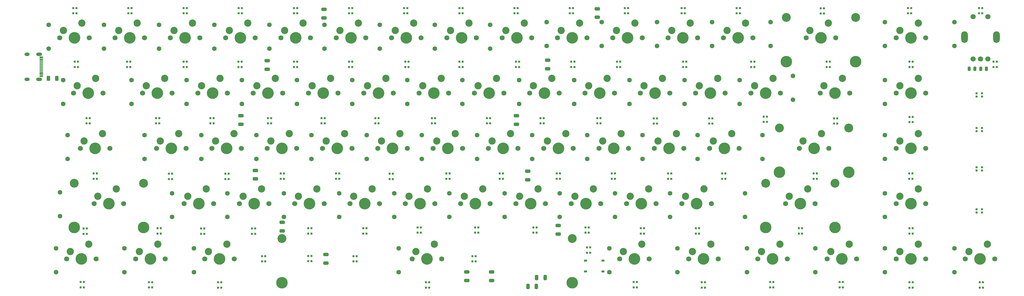
<source format=gbr>
%TF.GenerationSoftware,KiCad,Pcbnew,9.0.2*%
%TF.CreationDate,2025-07-03T22:06:11+05:30*%
%TF.ProjectId,KeeBoard,4b656542-6f61-4726-942e-6b696361645f,rev?*%
%TF.SameCoordinates,Original*%
%TF.FileFunction,Soldermask,Top*%
%TF.FilePolarity,Negative*%
%FSLAX46Y46*%
G04 Gerber Fmt 4.6, Leading zero omitted, Abs format (unit mm)*
G04 Created by KiCad (PCBNEW 9.0.2) date 2025-07-03 22:06:11*
%MOMM*%
%LPD*%
G01*
G04 APERTURE LIST*
G04 Aperture macros list*
%AMRoundRect*
0 Rectangle with rounded corners*
0 $1 Rounding radius*
0 $2 $3 $4 $5 $6 $7 $8 $9 X,Y pos of 4 corners*
0 Add a 4 corners polygon primitive as box body*
4,1,4,$2,$3,$4,$5,$6,$7,$8,$9,$2,$3,0*
0 Add four circle primitives for the rounded corners*
1,1,$1+$1,$2,$3*
1,1,$1+$1,$4,$5*
1,1,$1+$1,$6,$7*
1,1,$1+$1,$8,$9*
0 Add four rect primitives between the rounded corners*
20,1,$1+$1,$2,$3,$4,$5,0*
20,1,$1+$1,$4,$5,$6,$7,0*
20,1,$1+$1,$6,$7,$8,$9,0*
20,1,$1+$1,$8,$9,$2,$3,0*%
G04 Aperture macros list end*
%ADD10RoundRect,0.250000X0.325000X0.650000X-0.325000X0.650000X-0.325000X-0.650000X0.325000X-0.650000X0*%
%ADD11RoundRect,0.250000X0.650000X-0.325000X0.650000X0.325000X-0.650000X0.325000X-0.650000X-0.325000X0*%
%ADD12R,0.700000X0.700000*%
%ADD13C,1.600000*%
%ADD14C,1.750000*%
%ADD15C,4.000000*%
%ADD16C,2.500000*%
%ADD17RoundRect,0.250000X-0.250000X-0.475000X0.250000X-0.475000X0.250000X0.475000X-0.250000X0.475000X0*%
%ADD18C,3.048000*%
%ADD19C,3.987800*%
%ADD20O,2.300000X4.000000*%
%ADD21C,1.800000*%
%ADD22RoundRect,0.250000X-0.650000X0.325000X-0.650000X-0.325000X0.650000X-0.325000X0.650000X0.325000X0*%
%ADD23R,1.000000X0.750000*%
%ADD24O,2.000000X1.200000*%
%ADD25O,1.800000X1.200000*%
%ADD26R,1.300000X0.300000*%
%ADD27RoundRect,0.250000X0.312500X0.625000X-0.312500X0.625000X-0.312500X-0.625000X0.312500X-0.625000X0*%
G04 APERTURE END LIST*
D10*
%TO.C,C1*%
X192475000Y-119000000D03*
X189525000Y-119000000D03*
%TD*%
D11*
%TO.C,C2*%
X119300000Y-26475000D03*
X119300000Y-23525000D03*
%TD*%
D12*
%TO.C,LED81*%
X129450000Y-110415000D03*
X130550000Y-110415000D03*
X130550000Y-108585000D03*
X129450000Y-108585000D03*
%TD*%
%TO.C,LED80*%
X113900000Y-110330000D03*
X115000000Y-110330000D03*
X115000000Y-108500000D03*
X113900000Y-108500000D03*
%TD*%
D13*
%TO.C,D30*%
X312500000Y-56100000D03*
X312500000Y-47900000D03*
%TD*%
D14*
%TO.C,SW44*%
X252095000Y-71437500D03*
D15*
X257175000Y-71437500D03*
D14*
X262255000Y-71437500D03*
D16*
X253365000Y-68897500D03*
X259715000Y-66357500D03*
%TD*%
D12*
%TO.C,LED91*%
X344085000Y-92450000D03*
X344085000Y-93550000D03*
X345915000Y-93550000D03*
X345915000Y-92450000D03*
%TD*%
D14*
%TO.C,SW37*%
X118745000Y-71437500D03*
D15*
X123825000Y-71437500D03*
D14*
X128905000Y-71437500D03*
D16*
X120015000Y-68897500D03*
X126365000Y-66357500D03*
%TD*%
D12*
%TO.C,LED68*%
X151540000Y-100500000D03*
X152640000Y-100500000D03*
X152640000Y-98670000D03*
X151540000Y-98670000D03*
%TD*%
D13*
%TO.C,D44*%
X312500000Y-75100000D03*
X312500000Y-66900000D03*
%TD*%
%TO.C,D24*%
X186500000Y-56100000D03*
X186500000Y-47900000D03*
%TD*%
%TO.C,D28*%
X262500000Y-56100000D03*
X262500000Y-47900000D03*
%TD*%
D12*
%TO.C,LED36*%
X99950000Y-62830000D03*
X101050000Y-62830000D03*
X101050000Y-61000000D03*
X99950000Y-61000000D03*
%TD*%
D13*
%TO.C,D42*%
X248000000Y-75100000D03*
X248000000Y-66900000D03*
%TD*%
%TO.C,D51*%
X162500000Y-95100000D03*
X162500000Y-86900000D03*
%TD*%
%TO.C,D14*%
X273100000Y-36100000D03*
X273100000Y-27900000D03*
%TD*%
%TO.C,D63*%
X241000000Y-114100000D03*
X241000000Y-105900000D03*
%TD*%
%TO.C,D48*%
X105500000Y-95100000D03*
X105500000Y-86900000D03*
%TD*%
%TO.C,D43*%
X270300000Y-75100000D03*
X270300000Y-66900000D03*
%TD*%
D12*
%TO.C,LED17*%
X33450000Y-43415000D03*
X34550000Y-43415000D03*
X34550000Y-41585000D03*
X33450000Y-41585000D03*
%TD*%
D14*
%TO.C,SW67*%
X292576250Y-109537500D03*
D15*
X297656250Y-109537500D03*
D14*
X302736250Y-109537500D03*
D16*
X293846250Y-106997500D03*
X300196250Y-104457500D03*
%TD*%
D14*
%TO.C,SW52*%
X147320000Y-90487500D03*
D15*
X152400000Y-90487500D03*
D14*
X157480000Y-90487500D03*
D16*
X148590000Y-87947500D03*
X154940000Y-85407500D03*
%TD*%
D14*
%TO.C,SW40*%
X175895000Y-71437500D03*
D15*
X180975000Y-71437500D03*
D14*
X186055000Y-71437500D03*
D16*
X177165000Y-68897500D03*
X183515000Y-66357500D03*
%TD*%
D13*
%TO.C,D15*%
X312500000Y-36100000D03*
X312500000Y-27900000D03*
%TD*%
D14*
%TO.C,SW4*%
X47307500Y-33337500D03*
D15*
X52387500Y-33337500D03*
D14*
X57467500Y-33337500D03*
D16*
X48577500Y-30797500D03*
X54927500Y-28257500D03*
%TD*%
D12*
%TO.C,LED6*%
X127925000Y-24915000D03*
X129025000Y-24915000D03*
X129025000Y-23085000D03*
X127925000Y-23085000D03*
%TD*%
%TO.C,LED18*%
X51450000Y-43415000D03*
X52550000Y-43415000D03*
X52550000Y-41585000D03*
X51450000Y-41585000D03*
%TD*%
%TO.C,LED65*%
X94450000Y-100915000D03*
X95550000Y-100915000D03*
X95550000Y-99085000D03*
X94450000Y-99085000D03*
%TD*%
D13*
%TO.C,D20*%
X110000000Y-56100000D03*
X110000000Y-47900000D03*
%TD*%
D12*
%TO.C,LED23*%
X147350000Y-43415000D03*
X148450000Y-43415000D03*
X148450000Y-41585000D03*
X147350000Y-41585000D03*
%TD*%
%TO.C,LED58*%
X237830000Y-81915000D03*
X238930000Y-81915000D03*
X238930000Y-80085000D03*
X237830000Y-80085000D03*
%TD*%
D14*
%TO.C,SW39*%
X156845000Y-71437500D03*
D15*
X161925000Y-71437500D03*
D14*
X167005000Y-71437500D03*
D16*
X158115000Y-68897500D03*
X164465000Y-66357500D03*
%TD*%
D12*
%TO.C,LED66*%
X113900000Y-100830000D03*
X115000000Y-100830000D03*
X115000000Y-99000000D03*
X113900000Y-99000000D03*
%TD*%
D14*
%TO.C,SW43*%
X233045000Y-71437500D03*
D15*
X238125000Y-71437500D03*
D14*
X243205000Y-71437500D03*
D16*
X234315000Y-68897500D03*
X240665000Y-66357500D03*
%TD*%
D12*
%TO.C,LED53*%
X141900000Y-82000000D03*
X143000000Y-82000000D03*
X143000000Y-80170000D03*
X141900000Y-80170000D03*
%TD*%
D11*
%TO.C,C3*%
X213400000Y-26275000D03*
X213400000Y-23325000D03*
%TD*%
D13*
%TO.C,D47*%
X86000000Y-95100000D03*
X86000000Y-86900000D03*
%TD*%
D14*
%TO.C,SW38*%
X137795000Y-71437500D03*
D15*
X142875000Y-71437500D03*
D14*
X147955000Y-71437500D03*
D16*
X139065000Y-68897500D03*
X145415000Y-66357500D03*
%TD*%
D13*
%TO.C,D19*%
X91000000Y-56100000D03*
X91000000Y-47900000D03*
%TD*%
D12*
%TO.C,LED60*%
X287950000Y-81915000D03*
X289050000Y-81915000D03*
X289050000Y-80085000D03*
X287950000Y-80085000D03*
%TD*%
D13*
%TO.C,D11*%
X215000000Y-36100000D03*
X215000000Y-27900000D03*
%TD*%
D12*
%TO.C,LED14*%
X290400000Y-25000000D03*
X291500000Y-25000000D03*
X291500000Y-23170000D03*
X290400000Y-23170000D03*
%TD*%
D13*
%TO.C,D35*%
X115000000Y-75100000D03*
X115000000Y-66900000D03*
%TD*%
%TO.C,D38*%
X172000000Y-75100000D03*
X172000000Y-66900000D03*
%TD*%
D12*
%TO.C,LED57*%
X218450000Y-81915000D03*
X219550000Y-81915000D03*
X219550000Y-80085000D03*
X218450000Y-80085000D03*
%TD*%
D13*
%TO.C,D61*%
X145000000Y-114100000D03*
X145000000Y-105900000D03*
%TD*%
D14*
%TO.C,SW8*%
X123507500Y-33337500D03*
D15*
X128587500Y-33337500D03*
D14*
X133667500Y-33337500D03*
D16*
X124777500Y-30797500D03*
X131127500Y-28257500D03*
%TD*%
D11*
%TO.C,C14*%
X200000000Y-100975000D03*
X200000000Y-98025000D03*
%TD*%
D14*
%TO.C,SW30*%
X266382500Y-52387500D03*
D15*
X271462500Y-52387500D03*
D14*
X276542500Y-52387500D03*
D16*
X267652500Y-49847500D03*
X274002500Y-47307500D03*
%TD*%
D12*
%TO.C,LED62*%
X36500000Y-100915000D03*
X37600000Y-100915000D03*
X37600000Y-99085000D03*
X36500000Y-99085000D03*
%TD*%
%TO.C,LED94*%
X344085000Y-52450000D03*
X344085000Y-53550000D03*
X345915000Y-53550000D03*
X345915000Y-52450000D03*
%TD*%
D13*
%TO.C,D22*%
X148000000Y-56100000D03*
X148000000Y-47900000D03*
%TD*%
D11*
%TO.C,C13*%
X104900000Y-99875000D03*
X104900000Y-96925000D03*
%TD*%
D13*
%TO.C,D55*%
X238500000Y-95100000D03*
X238500000Y-86900000D03*
%TD*%
%TO.C,D27*%
X243500000Y-56100000D03*
X243500000Y-47900000D03*
%TD*%
D17*
%TO.C,0.1uf_C2*%
X345550000Y-44000000D03*
X347450000Y-44000000D03*
%TD*%
D12*
%TO.C,LED69*%
X171400000Y-100500000D03*
X172500000Y-100500000D03*
X172500000Y-98670000D03*
X171400000Y-98670000D03*
%TD*%
D14*
%TO.C,SW46*%
X316388750Y-71437500D03*
D15*
X321468750Y-71437500D03*
D14*
X326548750Y-71437500D03*
D16*
X317658750Y-68897500D03*
X324008750Y-66357500D03*
%TD*%
D14*
%TO.C,SW49*%
X90170000Y-90487500D03*
D15*
X95250000Y-90487500D03*
D14*
X100330000Y-90487500D03*
D16*
X91440000Y-87947500D03*
X97790000Y-85407500D03*
%TD*%
D13*
%TO.C,D7*%
X138500000Y-37100000D03*
X138500000Y-28900000D03*
%TD*%
D12*
%TO.C,LED5*%
X108920000Y-24915000D03*
X110020000Y-24915000D03*
X110020000Y-23085000D03*
X108920000Y-23085000D03*
%TD*%
D13*
%TO.C,D5*%
X100500000Y-37100000D03*
X100500000Y-28900000D03*
%TD*%
D12*
%TO.C,LED37*%
X118450000Y-62830000D03*
X119550000Y-62830000D03*
X119550000Y-61000000D03*
X118450000Y-61000000D03*
%TD*%
D14*
%TO.C,SW59*%
X316388750Y-90487500D03*
D15*
X321468750Y-90487500D03*
D14*
X326548750Y-90487500D03*
D16*
X317658750Y-87947500D03*
X324008750Y-85407500D03*
%TD*%
D14*
%TO.C,SW48*%
X71120000Y-90487500D03*
D15*
X76200000Y-90487500D03*
D14*
X81280000Y-90487500D03*
D16*
X72390000Y-87947500D03*
X78740000Y-85407500D03*
%TD*%
D14*
%TO.C,SW25*%
X171132500Y-52387500D03*
D15*
X176212500Y-52387500D03*
D14*
X181292500Y-52387500D03*
D16*
X172402500Y-49847500D03*
X178752500Y-47307500D03*
%TD*%
D17*
%TO.C,0.1uf_C1*%
X341550000Y-44000000D03*
X343450000Y-44000000D03*
%TD*%
D14*
%TO.C,SW33*%
X35401250Y-71437500D03*
D15*
X40481250Y-71437500D03*
D14*
X45561250Y-71437500D03*
D16*
X36671250Y-68897500D03*
X43021250Y-66357500D03*
%TD*%
D13*
%TO.C,D52*%
X181500000Y-95100000D03*
X181500000Y-86900000D03*
%TD*%
D12*
%TO.C,LED75*%
X320950000Y-100830000D03*
X322050000Y-100830000D03*
X322050000Y-99000000D03*
X320950000Y-99000000D03*
%TD*%
D11*
%TO.C,C19*%
X120000000Y-110975000D03*
X120000000Y-108025000D03*
%TD*%
D14*
%TO.C,SW60*%
X30638750Y-109537500D03*
D15*
X35718750Y-109537500D03*
D14*
X40798750Y-109537500D03*
D16*
X31908750Y-106997500D03*
X38258750Y-104457500D03*
%TD*%
D12*
%TO.C,LED4*%
X89915000Y-24915000D03*
X91015000Y-24915000D03*
X91015000Y-23085000D03*
X89915000Y-23085000D03*
%TD*%
D11*
%TO.C,C10*%
X95700000Y-81975000D03*
X95700000Y-79025000D03*
%TD*%
D14*
%TO.C,SW66*%
X268763750Y-109537500D03*
D15*
X273843750Y-109537500D03*
D14*
X278923750Y-109537500D03*
D16*
X270033750Y-106997500D03*
X276383750Y-104457500D03*
%TD*%
D10*
%TO.C,C17*%
X195475000Y-116000000D03*
X192525000Y-116000000D03*
%TD*%
D18*
%TO.C,REF\u002A\u002A*%
X104781250Y-102552500D03*
D19*
X104781250Y-117762500D03*
D18*
X204781250Y-102552500D03*
D19*
X204781250Y-117762500D03*
%TD*%
D13*
%TO.C,D53*%
X200500000Y-95100000D03*
X200500000Y-86900000D03*
%TD*%
%TO.C,D23*%
X167000000Y-56100000D03*
X167000000Y-47900000D03*
%TD*%
D12*
%TO.C,LED2*%
X51905000Y-24915000D03*
X53005000Y-24915000D03*
X53005000Y-23085000D03*
X51905000Y-23085000D03*
%TD*%
%TO.C,LED32*%
X349950000Y-43415000D03*
X351050000Y-43415000D03*
X351050000Y-41585000D03*
X349950000Y-41585000D03*
%TD*%
D14*
%TO.C,SW5*%
X66357500Y-33337500D03*
D15*
X71437500Y-33337500D03*
D14*
X76517500Y-33337500D03*
D16*
X67627500Y-30797500D03*
X73977500Y-28257500D03*
%TD*%
D13*
%TO.C,D25*%
X205500000Y-56100000D03*
X205500000Y-47900000D03*
%TD*%
%TO.C,D2*%
X43500000Y-37100000D03*
X43500000Y-28900000D03*
%TD*%
D12*
%TO.C,LED20*%
X89801667Y-43415000D03*
X90901667Y-43415000D03*
X90901667Y-41585000D03*
X89801667Y-41585000D03*
%TD*%
D13*
%TO.C,D29*%
X280800000Y-54700000D03*
X280800000Y-46500000D03*
%TD*%
D11*
%TO.C,C6*%
X196300000Y-43975000D03*
X196300000Y-41025000D03*
%TD*%
D12*
%TO.C,LED59*%
X256450000Y-81915000D03*
X257550000Y-81915000D03*
X257550000Y-80085000D03*
X256450000Y-80085000D03*
%TD*%
D14*
%TO.C,SW13*%
X218757500Y-33337500D03*
D15*
X223837500Y-33337500D03*
D14*
X228917500Y-33337500D03*
D16*
X220027500Y-30797500D03*
X226377500Y-28257500D03*
%TD*%
D12*
%TO.C,LED15*%
X320450000Y-24915000D03*
X321550000Y-24915000D03*
X321550000Y-23085000D03*
X320450000Y-23085000D03*
%TD*%
%TO.C,LED13*%
X261450000Y-24915000D03*
X262550000Y-24915000D03*
X262550000Y-23085000D03*
X261450000Y-23085000D03*
%TD*%
D13*
%TO.C,D41*%
X229000000Y-75100000D03*
X229000000Y-66900000D03*
%TD*%
D14*
%TO.C,SW57*%
X242570000Y-90487500D03*
D15*
X247650000Y-90487500D03*
D14*
X252730000Y-90487500D03*
D16*
X243840000Y-87947500D03*
X250190000Y-85407500D03*
%TD*%
D14*
%TO.C,SW21*%
X94932500Y-52387500D03*
D15*
X100012500Y-52387500D03*
D14*
X105092500Y-52387500D03*
D16*
X96202500Y-49847500D03*
X102552500Y-47307500D03*
%TD*%
D14*
%TO.C,SW56*%
X223520000Y-90487500D03*
D15*
X228600000Y-90487500D03*
D14*
X233680000Y-90487500D03*
D16*
X224790000Y-87947500D03*
X231140000Y-85407500D03*
%TD*%
D14*
%TO.C,SW36*%
X99695000Y-71437500D03*
D15*
X104775000Y-71437500D03*
D14*
X109855000Y-71437500D03*
D16*
X100965000Y-68897500D03*
X107315000Y-66357500D03*
%TD*%
D12*
%TO.C,LED55*%
X179850000Y-81915000D03*
X180950000Y-81915000D03*
X180950000Y-80085000D03*
X179850000Y-80085000D03*
%TD*%
D13*
%TO.C,D56*%
X264318750Y-95100000D03*
X264318750Y-86900000D03*
%TD*%
%TO.C,D17*%
X53000000Y-56100000D03*
X53000000Y-47900000D03*
%TD*%
D14*
%TO.C,SW55*%
X204470000Y-90487500D03*
D15*
X209550000Y-90487500D03*
D14*
X214630000Y-90487500D03*
D16*
X205740000Y-87947500D03*
X212090000Y-85407500D03*
%TD*%
D12*
%TO.C,LED29*%
X266450000Y-43415000D03*
X267550000Y-43415000D03*
X267550000Y-41585000D03*
X266450000Y-41585000D03*
%TD*%
%TO.C,LED10*%
X203945000Y-24915000D03*
X205045000Y-24915000D03*
X205045000Y-23085000D03*
X203945000Y-23085000D03*
%TD*%
%TO.C,LED83*%
X170450000Y-110415000D03*
X171550000Y-110415000D03*
X171550000Y-108585000D03*
X170450000Y-108585000D03*
%TD*%
D13*
%TO.C,D49*%
X124500000Y-95100000D03*
X124500000Y-86900000D03*
%TD*%
D12*
%TO.C,LED19*%
X70950000Y-43415000D03*
X72050000Y-43415000D03*
X72050000Y-41585000D03*
X70950000Y-41585000D03*
%TD*%
D14*
%TO.C,SW63*%
X149701250Y-109537500D03*
D15*
X154781250Y-109537500D03*
D14*
X159861250Y-109537500D03*
D16*
X150971250Y-106997500D03*
X157321250Y-104457500D03*
%TD*%
D12*
%TO.C,LED61*%
X320900000Y-81915000D03*
X322000000Y-81915000D03*
X322000000Y-80085000D03*
X320900000Y-80085000D03*
%TD*%
%TO.C,LED28*%
X242950000Y-43415000D03*
X244050000Y-43415000D03*
X244050000Y-41585000D03*
X242950000Y-41585000D03*
%TD*%
D18*
%TO.C,REF\u002A\u002A*%
X33305750Y-83502500D03*
D19*
X33305750Y-98712500D03*
D18*
X57181750Y-83502500D03*
D19*
X57181750Y-98712500D03*
%TD*%
D12*
%TO.C,LED51*%
X104350000Y-81915000D03*
X105450000Y-81915000D03*
X105450000Y-80085000D03*
X104350000Y-80085000D03*
%TD*%
%TO.C,LED49*%
X65900000Y-82000000D03*
X67000000Y-82000000D03*
X67000000Y-80170000D03*
X65900000Y-80170000D03*
%TD*%
D13*
%TO.C,D9*%
X176500000Y-37100000D03*
X176500000Y-28900000D03*
%TD*%
D12*
%TO.C,LED26*%
X204450000Y-43415000D03*
X205550000Y-43415000D03*
X205550000Y-41585000D03*
X204450000Y-41585000D03*
%TD*%
%TO.C,LED87*%
X273000000Y-119330000D03*
X274100000Y-119330000D03*
X274100000Y-117500000D03*
X273000000Y-117500000D03*
%TD*%
%TO.C,LED46*%
X294950000Y-62915000D03*
X296050000Y-62915000D03*
X296050000Y-61085000D03*
X294950000Y-61085000D03*
%TD*%
%TO.C,LED73*%
X247400000Y-100830000D03*
X248500000Y-100830000D03*
X248500000Y-99000000D03*
X247400000Y-99000000D03*
%TD*%
%TO.C,LED48*%
X39950000Y-81915000D03*
X41050000Y-81915000D03*
X41050000Y-80085000D03*
X39950000Y-80085000D03*
%TD*%
D13*
%TO.C,D64*%
X265000000Y-114100000D03*
X265000000Y-105900000D03*
%TD*%
%TO.C,D62*%
X217600000Y-114100000D03*
X217600000Y-105900000D03*
%TD*%
D14*
%TO.C,SW62*%
X78263750Y-109537500D03*
D15*
X83343750Y-109537500D03*
D14*
X88423750Y-109537500D03*
D16*
X79533750Y-106997500D03*
X85883750Y-104457500D03*
%TD*%
D14*
%TO.C,SW65*%
X244951250Y-109537500D03*
D15*
X250031250Y-109537500D03*
D14*
X255111250Y-109537500D03*
D16*
X246221250Y-106997500D03*
X252571250Y-104457500D03*
%TD*%
D14*
%TO.C,SW14*%
X237807500Y-33337500D03*
D15*
X242887500Y-33337500D03*
D14*
X247967500Y-33337500D03*
D16*
X239077500Y-30797500D03*
X245427500Y-28257500D03*
%TD*%
D14*
%TO.C,SW27*%
X209232500Y-52387500D03*
D15*
X214312500Y-52387500D03*
D14*
X219392500Y-52387500D03*
D16*
X210502500Y-49847500D03*
X216852500Y-47307500D03*
%TD*%
D14*
%TO.C,SW3*%
X28257500Y-33337500D03*
D15*
X33337500Y-33337500D03*
D14*
X38417500Y-33337500D03*
D16*
X29527500Y-30797500D03*
X35877500Y-28257500D03*
%TD*%
D14*
%TO.C,SW35*%
X80645000Y-71437500D03*
D15*
X85725000Y-71437500D03*
D14*
X90805000Y-71437500D03*
D16*
X81915000Y-68897500D03*
X88265000Y-66357500D03*
%TD*%
D14*
%TO.C,SW9*%
X142557500Y-33337500D03*
D15*
X147637500Y-33337500D03*
D14*
X152717500Y-33337500D03*
D16*
X143827500Y-30797500D03*
X150177500Y-28257500D03*
%TD*%
D12*
%TO.C,LED56*%
X199450000Y-81915000D03*
X200550000Y-81915000D03*
X200550000Y-80085000D03*
X199450000Y-80085000D03*
%TD*%
D11*
%TO.C,C8*%
X90700000Y-63175000D03*
X90700000Y-60225000D03*
%TD*%
D12*
%TO.C,LED24*%
X165950000Y-43415000D03*
X167050000Y-43415000D03*
X167050000Y-41585000D03*
X165950000Y-41585000D03*
%TD*%
%TO.C,LED40*%
X175450000Y-62830000D03*
X176550000Y-62830000D03*
X176550000Y-61000000D03*
X175450000Y-61000000D03*
%TD*%
D14*
%TO.C,SW29*%
X247332500Y-52387500D03*
D15*
X252412500Y-52387500D03*
D14*
X257492500Y-52387500D03*
D16*
X248602500Y-49847500D03*
X254952500Y-47307500D03*
%TD*%
D12*
%TO.C,LED12*%
X242450000Y-24915000D03*
X243550000Y-24915000D03*
X243550000Y-23085000D03*
X242450000Y-23085000D03*
%TD*%
D13*
%TO.C,D68*%
X336500000Y-36100000D03*
X336500000Y-27900000D03*
%TD*%
D12*
%TO.C,LED34*%
X61450000Y-62830000D03*
X62550000Y-62830000D03*
X62550000Y-61000000D03*
X61450000Y-61000000D03*
%TD*%
D14*
%TO.C,SW50*%
X109220000Y-90487500D03*
D15*
X114300000Y-90487500D03*
D14*
X119380000Y-90487500D03*
D16*
X110490000Y-87947500D03*
X116840000Y-85407500D03*
%TD*%
D13*
%TO.C,D6*%
X119500000Y-37100000D03*
X119500000Y-28900000D03*
%TD*%
D12*
%TO.C,LED31*%
X320950000Y-43415000D03*
X322050000Y-43415000D03*
X322050000Y-41585000D03*
X320950000Y-41585000D03*
%TD*%
D13*
%TO.C,D60*%
X74500000Y-114100000D03*
X74500000Y-105900000D03*
%TD*%
D12*
%TO.C,LED71*%
X209400000Y-100500000D03*
X210500000Y-100500000D03*
X210500000Y-98670000D03*
X209400000Y-98670000D03*
%TD*%
%TO.C,LED3*%
X70910000Y-24915000D03*
X72010000Y-24915000D03*
X72010000Y-23085000D03*
X70910000Y-23085000D03*
%TD*%
%TO.C,LED78*%
X82780000Y-119430000D03*
X83880000Y-119430000D03*
X83880000Y-117600000D03*
X82780000Y-117600000D03*
%TD*%
D14*
%TO.C,SW23*%
X133032500Y-52387500D03*
D15*
X138112500Y-52387500D03*
D14*
X143192500Y-52387500D03*
D16*
X134302500Y-49847500D03*
X140652500Y-47307500D03*
%TD*%
D12*
%TO.C,LED85*%
X226000000Y-119330000D03*
X227100000Y-119330000D03*
X227100000Y-117500000D03*
X226000000Y-117500000D03*
%TD*%
D20*
%TO.C,Rot_Encoder_1*%
X350919000Y-33087500D03*
X339919000Y-33087500D03*
D21*
X342879000Y-40587500D03*
X347959000Y-40587500D03*
X345419000Y-40587500D03*
X342879000Y-26087500D03*
X347959000Y-26087500D03*
%TD*%
D13*
%TO.C,D21*%
X129000000Y-56100000D03*
X129000000Y-47900000D03*
%TD*%
D12*
%TO.C,LED67*%
X132800000Y-100830000D03*
X133900000Y-100830000D03*
X133900000Y-99000000D03*
X132800000Y-99000000D03*
%TD*%
D14*
%TO.C,SW53*%
X166370000Y-90487500D03*
D15*
X171450000Y-90487500D03*
D14*
X176530000Y-90487500D03*
D16*
X167640000Y-87947500D03*
X173990000Y-85407500D03*
%TD*%
D14*
%TO.C,SW26*%
X190182500Y-52387500D03*
D15*
X195262500Y-52387500D03*
D14*
X200342500Y-52387500D03*
D16*
X191452500Y-49847500D03*
X197802500Y-47307500D03*
%TD*%
D13*
%TO.C,D32*%
X57500000Y-75100000D03*
X57500000Y-66900000D03*
%TD*%
D12*
%TO.C,LED90*%
X345200000Y-119430000D03*
X346300000Y-119430000D03*
X346300000Y-117600000D03*
X345200000Y-117600000D03*
%TD*%
D13*
%TO.C,D59*%
X50500000Y-114100000D03*
X50500000Y-105900000D03*
%TD*%
D14*
%TO.C,SW11*%
X180657500Y-33337500D03*
D15*
X185737500Y-33337500D03*
D14*
X190817500Y-33337500D03*
D16*
X181927500Y-30797500D03*
X188277500Y-28257500D03*
%TD*%
D14*
%TO.C,SW64*%
X221138750Y-109537500D03*
D15*
X226218750Y-109537500D03*
D14*
X231298750Y-109537500D03*
D16*
X222408750Y-106997500D03*
X228758750Y-104457500D03*
%TD*%
D13*
%TO.C,D34*%
X96000000Y-75100000D03*
X96000000Y-66900000D03*
%TD*%
D14*
%TO.C,SW24*%
X152082500Y-52387500D03*
D15*
X157162500Y-52387500D03*
D14*
X162242500Y-52387500D03*
D16*
X153352500Y-49847500D03*
X159702500Y-47307500D03*
%TD*%
D14*
%TO.C,SW17*%
X316388750Y-33337500D03*
D15*
X321468750Y-33337500D03*
D14*
X326548750Y-33337500D03*
D16*
X317658750Y-30797500D03*
X324008750Y-28257500D03*
%TD*%
D12*
%TO.C,LED63*%
X61950000Y-100815000D03*
X63050000Y-100815000D03*
X63050000Y-98985000D03*
X61950000Y-98985000D03*
%TD*%
D13*
%TO.C,D12*%
X234000000Y-36100000D03*
X234000000Y-27900000D03*
%TD*%
D14*
%TO.C,SW54*%
X185420000Y-90487500D03*
D15*
X190500000Y-90487500D03*
D14*
X195580000Y-90487500D03*
D16*
X186690000Y-87947500D03*
X193040000Y-85407500D03*
%TD*%
D12*
%TO.C,LED77*%
X59000000Y-119400000D03*
X60100000Y-119400000D03*
X60100000Y-117570000D03*
X59000000Y-117570000D03*
%TD*%
D13*
%TO.C,D31*%
X31000000Y-75100000D03*
X31000000Y-66900000D03*
%TD*%
D12*
%TO.C,LED43*%
X232950000Y-62915000D03*
X234050000Y-62915000D03*
X234050000Y-61085000D03*
X232950000Y-61085000D03*
%TD*%
D13*
%TO.C,D45*%
X28400000Y-94800000D03*
X28400000Y-86600000D03*
%TD*%
%TO.C,D50*%
X143500000Y-95100000D03*
X143500000Y-86900000D03*
%TD*%
D12*
%TO.C,LED64*%
X76950000Y-100915000D03*
X78050000Y-100915000D03*
X78050000Y-99085000D03*
X76950000Y-99085000D03*
%TD*%
D13*
%TO.C,D58*%
X27000000Y-114100000D03*
X27000000Y-105900000D03*
%TD*%
%TO.C,D4*%
X81500000Y-37100000D03*
X81500000Y-28900000D03*
%TD*%
D14*
%TO.C,SW15*%
X256857500Y-33337500D03*
D15*
X261937500Y-33337500D03*
D14*
X267017500Y-33337500D03*
D16*
X258127500Y-30797500D03*
X264477500Y-28257500D03*
%TD*%
D11*
%TO.C,C5*%
X99700000Y-44175000D03*
X99700000Y-41225000D03*
%TD*%
D14*
%TO.C,SW61*%
X54451250Y-109537500D03*
D15*
X59531250Y-109537500D03*
D14*
X64611250Y-109537500D03*
D16*
X55721250Y-106997500D03*
X62071250Y-104457500D03*
%TD*%
D12*
%TO.C,LED74*%
X282900000Y-100830000D03*
X284000000Y-100830000D03*
X284000000Y-99000000D03*
X282900000Y-99000000D03*
%TD*%
D14*
%TO.C,SW12*%
X199707500Y-33337500D03*
D15*
X204787500Y-33337500D03*
D14*
X209867500Y-33337500D03*
D16*
X200977500Y-30797500D03*
X207327500Y-28257500D03*
%TD*%
D14*
%TO.C,SW32*%
X316388750Y-52387500D03*
D15*
X321468750Y-52387500D03*
D14*
X326548750Y-52387500D03*
D16*
X317658750Y-49847500D03*
X324008750Y-47307500D03*
%TD*%
D12*
%TO.C,LED76*%
X35500000Y-119330000D03*
X36600000Y-119330000D03*
X36600000Y-117500000D03*
X35500000Y-117500000D03*
%TD*%
%TO.C,LED88*%
X296950000Y-119330000D03*
X298050000Y-119330000D03*
X298050000Y-117500000D03*
X296950000Y-117500000D03*
%TD*%
%TO.C,LED52*%
X123450000Y-81915000D03*
X124550000Y-81915000D03*
X124550000Y-80085000D03*
X123450000Y-80085000D03*
%TD*%
%TO.C,LED44*%
X251950000Y-62915000D03*
X253050000Y-62915000D03*
X253050000Y-61085000D03*
X251950000Y-61085000D03*
%TD*%
D14*
%TO.C,SW19*%
X56832500Y-52387500D03*
D15*
X61912500Y-52387500D03*
D14*
X66992500Y-52387500D03*
D16*
X58102500Y-49847500D03*
X64452500Y-47307500D03*
%TD*%
D14*
%TO.C,SW41*%
X194945000Y-71437500D03*
D15*
X200025000Y-71437500D03*
D14*
X205105000Y-71437500D03*
D16*
X196215000Y-68897500D03*
X202565000Y-66357500D03*
%TD*%
D14*
%TO.C,SW16*%
X285432500Y-33337500D03*
D15*
X290512500Y-33337500D03*
D14*
X295592500Y-33337500D03*
D16*
X286702500Y-30797500D03*
X293052500Y-28257500D03*
%TD*%
D13*
%TO.C,D1*%
X24500000Y-37100000D03*
X24500000Y-28900000D03*
%TD*%
D14*
%TO.C,SW10*%
X161607500Y-33337500D03*
D15*
X166687500Y-33337500D03*
D14*
X171767500Y-33337500D03*
D16*
X162877500Y-30797500D03*
X169227500Y-28257500D03*
%TD*%
D13*
%TO.C,D13*%
X253000000Y-36100000D03*
X253000000Y-27900000D03*
%TD*%
%TO.C,D10*%
X196000000Y-36100000D03*
X196000000Y-27900000D03*
%TD*%
D14*
%TO.C,SW20*%
X75882500Y-52387500D03*
D15*
X80962500Y-52387500D03*
D14*
X86042500Y-52387500D03*
D16*
X77152500Y-49847500D03*
X83502500Y-47307500D03*
%TD*%
D12*
%TO.C,LED8*%
X165935000Y-24915000D03*
X167035000Y-24915000D03*
X167035000Y-23085000D03*
X165935000Y-23085000D03*
%TD*%
%TO.C,LED54*%
X161450000Y-81915000D03*
X162550000Y-81915000D03*
X162550000Y-80085000D03*
X161450000Y-80085000D03*
%TD*%
%TO.C,LED38*%
X136950000Y-62830000D03*
X138050000Y-62830000D03*
X138050000Y-61000000D03*
X136950000Y-61000000D03*
%TD*%
%TO.C,LED72*%
X228400000Y-100830000D03*
X229500000Y-100830000D03*
X229500000Y-99000000D03*
X228400000Y-99000000D03*
%TD*%
%TO.C,LED25*%
X185450000Y-43415000D03*
X186550000Y-43415000D03*
X186550000Y-41585000D03*
X185450000Y-41585000D03*
%TD*%
%TO.C,LED1*%
X32900000Y-24915000D03*
X34000000Y-24915000D03*
X34000000Y-23085000D03*
X32900000Y-23085000D03*
%TD*%
D13*
%TO.C,D65*%
X288500000Y-114100000D03*
X288500000Y-105900000D03*
%TD*%
D12*
%TO.C,LED21*%
X108950000Y-43415000D03*
X110050000Y-43415000D03*
X110050000Y-41585000D03*
X108950000Y-41585000D03*
%TD*%
D14*
%TO.C,SW68*%
X316388750Y-109537500D03*
D15*
X321468750Y-109537500D03*
D14*
X326548750Y-109537500D03*
D16*
X317658750Y-106997500D03*
X324008750Y-104457500D03*
%TD*%
D12*
%TO.C,LED39*%
X156450000Y-62830000D03*
X157550000Y-62830000D03*
X157550000Y-61000000D03*
X156450000Y-61000000D03*
%TD*%
D11*
%TO.C,C15*%
X185600000Y-63175000D03*
X185600000Y-60225000D03*
%TD*%
D14*
%TO.C,SW47*%
X40163750Y-90487500D03*
D15*
X45243750Y-90487500D03*
D14*
X50323750Y-90487500D03*
D16*
X41433750Y-87947500D03*
X47783750Y-85407500D03*
%TD*%
D13*
%TO.C,D18*%
X72000000Y-56100000D03*
X72000000Y-47900000D03*
%TD*%
D12*
%TO.C,LED92*%
X344085000Y-77950000D03*
X344085000Y-79050000D03*
X345915000Y-79050000D03*
X345915000Y-77950000D03*
%TD*%
%TO.C,LED50*%
X85350000Y-82000000D03*
X86450000Y-82000000D03*
X86450000Y-80170000D03*
X85350000Y-80170000D03*
%TD*%
D13*
%TO.C,D16*%
X29500000Y-56100000D03*
X29500000Y-47900000D03*
%TD*%
D11*
%TO.C,C11*%
X189500000Y-82275000D03*
X189500000Y-79325000D03*
%TD*%
D12*
%TO.C,LED16*%
X344950000Y-24915000D03*
X346050000Y-24915000D03*
X346050000Y-23085000D03*
X344950000Y-23085000D03*
%TD*%
D13*
%TO.C,D26*%
X224500000Y-56100000D03*
X224500000Y-47900000D03*
%TD*%
D18*
%TO.C,REF\u002A\u002A*%
X271430750Y-83502500D03*
D19*
X271430750Y-98712500D03*
D18*
X295306750Y-83502500D03*
D19*
X295306750Y-98712500D03*
%TD*%
D12*
%TO.C,LED82*%
X154450000Y-119415000D03*
X155550000Y-119415000D03*
X155550000Y-117585000D03*
X154450000Y-117585000D03*
%TD*%
%TO.C,LED41*%
X193900000Y-62830000D03*
X195000000Y-62830000D03*
X195000000Y-61000000D03*
X193900000Y-61000000D03*
%TD*%
%TO.C,LED45*%
X270750000Y-62315000D03*
X271850000Y-62315000D03*
X271850000Y-60485000D03*
X270750000Y-60485000D03*
%TD*%
D14*
%TO.C,SW42*%
X213995000Y-71437500D03*
D15*
X219075000Y-71437500D03*
D14*
X224155000Y-71437500D03*
D16*
X215265000Y-68897500D03*
X221615000Y-66357500D03*
%TD*%
D22*
%TO.C,12pF_C1*%
X168500000Y-114025000D03*
X168500000Y-116975000D03*
%TD*%
D14*
%TO.C,SW28*%
X228282500Y-52387500D03*
D15*
X233362500Y-52387500D03*
D14*
X238442500Y-52387500D03*
D16*
X229552500Y-49847500D03*
X235902500Y-47307500D03*
%TD*%
D23*
%TO.C,PB1*%
X209400000Y-110125000D03*
X215400000Y-110125000D03*
X209400000Y-113875000D03*
X215400000Y-113875000D03*
%TD*%
D18*
%TO.C,REF\u002A\u002A*%
X276193250Y-64452500D03*
D19*
X276193250Y-79662500D03*
D18*
X300069250Y-64452500D03*
D19*
X300069250Y-79662500D03*
%TD*%
D13*
%TO.C,D3*%
X62500000Y-37100000D03*
X62500000Y-28900000D03*
%TD*%
%TO.C,D66*%
X312500000Y-114100000D03*
X312500000Y-105900000D03*
%TD*%
D24*
%TO.C,J1*%
X21180000Y-39000000D03*
X21180000Y-47650000D03*
D25*
X17000000Y-47650000D03*
X17000000Y-39000000D03*
D26*
X21948000Y-39975000D03*
X21948000Y-40775000D03*
X21948000Y-42075000D03*
X21948000Y-43075000D03*
X21948000Y-43575000D03*
X21948000Y-44574500D03*
X21948000Y-45875000D03*
X21948000Y-46675000D03*
X21948000Y-46375000D03*
X21948000Y-45575000D03*
X21948000Y-45075000D03*
X21948000Y-44075000D03*
X21948000Y-42575000D03*
X21948000Y-41575000D03*
X21948000Y-41075000D03*
X21948000Y-40275000D03*
%TD*%
D12*
%TO.C,LED84*%
X209900000Y-107430000D03*
X211000000Y-107430000D03*
X211000000Y-105600000D03*
X209900000Y-105600000D03*
%TD*%
D14*
%TO.C,SW34*%
X61595000Y-71437500D03*
D15*
X66675000Y-71437500D03*
D14*
X71755000Y-71437500D03*
D16*
X62865000Y-68897500D03*
X69215000Y-66357500D03*
%TD*%
D12*
%TO.C,LED27*%
X220210000Y-43415000D03*
X221310000Y-43415000D03*
X221310000Y-41585000D03*
X220210000Y-41585000D03*
%TD*%
D14*
%TO.C,SW18*%
X33020000Y-52387500D03*
D15*
X38100000Y-52387500D03*
D14*
X43180000Y-52387500D03*
D16*
X34290000Y-49847500D03*
X40640000Y-47307500D03*
%TD*%
D12*
%TO.C,LED9*%
X184940000Y-24915000D03*
X186040000Y-24915000D03*
X186040000Y-23085000D03*
X184940000Y-23085000D03*
%TD*%
D13*
%TO.C,D40*%
X210000000Y-75100000D03*
X210000000Y-66900000D03*
%TD*%
%TO.C,D67*%
X336500000Y-114100000D03*
X336500000Y-105900000D03*
%TD*%
%TO.C,D39*%
X191000000Y-75100000D03*
X191000000Y-66900000D03*
%TD*%
D12*
%TO.C,LED33*%
X37500000Y-62830000D03*
X38600000Y-62830000D03*
X38600000Y-61000000D03*
X37500000Y-61000000D03*
%TD*%
D14*
%TO.C,SW31*%
X290195000Y-52387500D03*
D15*
X295275000Y-52387500D03*
D14*
X300355000Y-52387500D03*
D16*
X291465000Y-49847500D03*
X297815000Y-47307500D03*
%TD*%
D12*
%TO.C,LED7*%
X146930000Y-24915000D03*
X148030000Y-24915000D03*
X148030000Y-23085000D03*
X146930000Y-23085000D03*
%TD*%
D14*
%TO.C,SW45*%
X283051250Y-71437500D03*
D15*
X288131250Y-71437500D03*
D14*
X293211250Y-71437500D03*
D16*
X284321250Y-68897500D03*
X290671250Y-66357500D03*
%TD*%
D13*
%TO.C,D57*%
X312500000Y-95100000D03*
X312500000Y-86900000D03*
%TD*%
D12*
%TO.C,LED11*%
X222950000Y-24915000D03*
X224050000Y-24915000D03*
X224050000Y-23085000D03*
X222950000Y-23085000D03*
%TD*%
%TO.C,LED22*%
X127950000Y-43415000D03*
X129050000Y-43415000D03*
X129050000Y-41585000D03*
X127950000Y-41585000D03*
%TD*%
D14*
%TO.C,SW58*%
X278288750Y-90487500D03*
D15*
X283368750Y-90487500D03*
D14*
X288448750Y-90487500D03*
D16*
X279558750Y-87947500D03*
X285908750Y-85407500D03*
%TD*%
D27*
%TO.C,5.1K_R1*%
X27262500Y-47300000D03*
X24337500Y-47300000D03*
%TD*%
D13*
%TO.C,D37*%
X153000000Y-75100000D03*
X153000000Y-66900000D03*
%TD*%
%TO.C,D46*%
X67000000Y-95100000D03*
X67000000Y-86900000D03*
%TD*%
D12*
%TO.C,LED89*%
X320950000Y-119430000D03*
X322050000Y-119430000D03*
X322050000Y-117600000D03*
X320950000Y-117600000D03*
%TD*%
D14*
%TO.C,SW6*%
X85407500Y-33337500D03*
D15*
X90487500Y-33337500D03*
D14*
X95567500Y-33337500D03*
D16*
X86677500Y-30797500D03*
X93027500Y-28257500D03*
%TD*%
D12*
%TO.C,LED79*%
X97950000Y-110415000D03*
X99050000Y-110415000D03*
X99050000Y-108585000D03*
X97950000Y-108585000D03*
%TD*%
D13*
%TO.C,D33*%
X77000000Y-75100000D03*
X77000000Y-66900000D03*
%TD*%
D12*
%TO.C,LED93*%
X344085000Y-64450000D03*
X344085000Y-65550000D03*
X345915000Y-65550000D03*
X345915000Y-64450000D03*
%TD*%
D13*
%TO.C,D8*%
X157500000Y-37100000D03*
X157500000Y-28900000D03*
%TD*%
D14*
%TO.C,SW22*%
X113982500Y-52387500D03*
D15*
X119062500Y-52387500D03*
D14*
X124142500Y-52387500D03*
D16*
X115252500Y-49847500D03*
X121602500Y-47307500D03*
%TD*%
D14*
%TO.C,SW69*%
X340201250Y-109537500D03*
D15*
X345281250Y-109537500D03*
D14*
X350361250Y-109537500D03*
D16*
X341471250Y-106997500D03*
X347821250Y-104457500D03*
%TD*%
D18*
%TO.C,REF\u002A\u002A*%
X278574500Y-26352500D03*
D19*
X278574500Y-41562500D03*
D18*
X302450500Y-26352500D03*
D19*
X302450500Y-41562500D03*
%TD*%
D14*
%TO.C,SW7*%
X104457500Y-33337500D03*
D15*
X109537500Y-33337500D03*
D14*
X114617500Y-33337500D03*
D16*
X105727500Y-30797500D03*
X112077500Y-28257500D03*
%TD*%
D12*
%TO.C,LED70*%
X191400000Y-100500000D03*
X192500000Y-100500000D03*
X192500000Y-98670000D03*
X191400000Y-98670000D03*
%TD*%
%TO.C,LED30*%
X292450000Y-43415000D03*
X293550000Y-43415000D03*
X293550000Y-41585000D03*
X292450000Y-41585000D03*
%TD*%
%TO.C,LED86*%
X249450000Y-119430000D03*
X250550000Y-119430000D03*
X250550000Y-117600000D03*
X249450000Y-117600000D03*
%TD*%
D14*
%TO.C,SW51*%
X128270000Y-90487500D03*
D15*
X133350000Y-90487500D03*
D14*
X138430000Y-90487500D03*
D16*
X129540000Y-87947500D03*
X135890000Y-85407500D03*
%TD*%
D11*
%TO.C,12pF_C2*%
X177000000Y-116975000D03*
X177000000Y-114025000D03*
%TD*%
D13*
%TO.C,D36*%
X134000000Y-75100000D03*
X134000000Y-66900000D03*
%TD*%
%TO.C,D54*%
X219500000Y-95100000D03*
X219500000Y-86900000D03*
%TD*%
D12*
%TO.C,LED42*%
X213450000Y-62830000D03*
X214550000Y-62830000D03*
X214550000Y-61000000D03*
X213450000Y-61000000D03*
%TD*%
%TO.C,LED47*%
X320950000Y-62415000D03*
X322050000Y-62415000D03*
X322050000Y-60585000D03*
X320950000Y-60585000D03*
%TD*%
%TO.C,LED35*%
X80170000Y-62830000D03*
X81270000Y-62830000D03*
X81270000Y-61000000D03*
X80170000Y-61000000D03*
%TD*%
M02*

</source>
